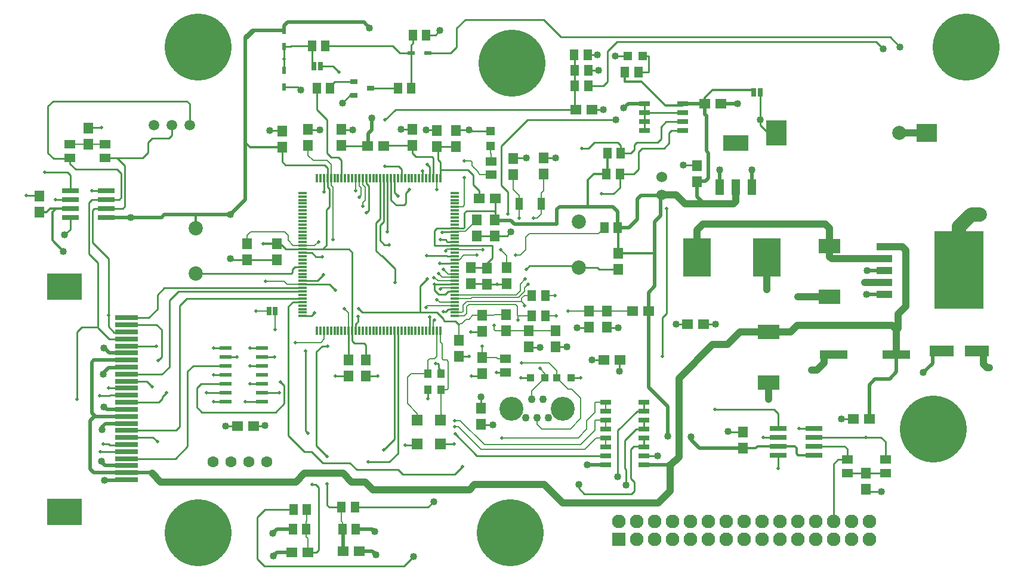
<source format=gbr>
G04 EasyPC Gerber Version 21.0.3 Build 4286 *
%FSLAX35Y35*%
%MOIN*%
%ADD95R,0.01181X0.04724*%
%ADD102R,0.01969X0.04232*%
%ADD120R,0.02500X0.05000*%
%ADD97R,0.04134X0.05118*%
%ADD98R,0.04331X0.07087*%
%ADD82R,0.04700X0.08700*%
%ADD93R,0.05118X0.05906*%
%ADD81R,0.05500X0.06000*%
%ADD121R,0.11811X0.14173*%
%ADD86R,0.15354X0.21260*%
%ADD85R,0.27559X0.43307*%
%ADD99R,0.03937X0.03937*%
%ADD92R,0.04724X0.04724*%
%ADD91R,0.06300X0.06300*%
%ADD11R,0.07677X0.07677*%
%ADD25C,0.00591*%
%ADD24C,0.00800*%
%ADD21C,0.00984*%
%ADD20C,0.01000*%
%ADD23C,0.01181*%
%ADD70C,0.01969*%
%ADD22C,0.03937*%
%ADD19C,0.04000*%
%ADD17C,0.04331*%
%ADD14C,0.05906*%
%ADD13C,0.06000*%
%ADD15C,0.06299*%
%ADD12C,0.07677*%
%ADD71C,0.07874*%
%ADD16C,0.07972*%
%ADD18C,0.13386*%
%ADD10C,0.37402*%
%ADD96R,0.04724X0.01181*%
%ADD101R,0.04232X0.01969*%
%ADD104R,0.06700X0.02100*%
%ADD106R,0.06004X0.02559*%
%ADD103R,0.03937X0.02756*%
%ADD105R,0.06004X0.02756*%
%ADD79R,0.12992X0.02953*%
%ADD100R,0.09500X0.03000*%
%ADD84R,0.08504X0.04213*%
%ADD88R,0.15748X0.04921*%
%ADD94R,0.05906X0.05118*%
%ADD89R,0.06000X0.05500*%
%ADD90R,0.13386X0.06299*%
%ADD87R,0.12008X0.07874*%
%ADD83R,0.14200X0.08700*%
%ADD122R,0.11811X0.10236*%
%ADD80R,0.19685X0.15157*%
X0Y0D02*
D02*
D10*
X101023Y63801D03*
Y335454D03*
X275600Y63801D03*
X276387Y326667D03*
X511820Y121943D03*
X530324Y335454D03*
D02*
D11*
X336230Y60132D03*
D02*
D12*
Y70132D03*
X346230Y60132D03*
Y70132D03*
X356230Y60132D03*
Y70132D03*
X366230Y60132D03*
Y70132D03*
X376230Y60132D03*
Y70132D03*
X386230Y60132D03*
Y70132D03*
X396230Y60132D03*
Y70132D03*
X406230Y60132D03*
Y70132D03*
X416230Y60132D03*
Y70132D03*
X426230Y60132D03*
Y70132D03*
X436230Y60132D03*
Y70132D03*
X446230Y60132D03*
Y70132D03*
X456230Y60132D03*
Y70132D03*
X466230Y60132D03*
Y70132D03*
X476230Y60132D03*
Y70132D03*
D02*
D13*
X360246Y253071D03*
Y262888D03*
D02*
D14*
X76531Y291784D03*
X86531Y291852D03*
X96531Y291784D03*
D02*
D15*
X109393Y103676D03*
X119393Y103608D03*
X129393Y103676D03*
X139380D03*
D02*
D16*
X99714Y208829D03*
Y234419D03*
X313691Y212222D03*
Y237813D03*
D02*
D17*
X284261Y128242D03*
X287411Y138478D03*
X290561Y128242D03*
X293710Y138478D03*
X296860Y128242D03*
D02*
D18*
X276191Y133360D03*
X304931D03*
D02*
D19*
X25994Y221156D03*
X26387Y230604D03*
X47254Y103833D03*
X47647Y121549D03*
X48041Y152652D03*
X48435Y134148D03*
Y167219D03*
X48828Y93203D03*
X63395Y240427D03*
X116545Y123518D03*
X119301Y217219D03*
Y242022D03*
X138592Y123911D03*
X141348Y288872D03*
X142923Y63675D03*
X143317Y51077D03*
X158671Y311707D03*
X169301Y289266D03*
X181702Y304423D03*
X187411Y289266D03*
X196860Y346352D03*
X198041Y295959D03*
X200009Y64463D03*
X200403Y51470D03*
X214576Y289659D03*
X221663Y50683D03*
X228356Y289266D03*
X232687Y81392D03*
X236230Y344778D03*
X252372Y289266D03*
X259065Y140053D03*
X265757Y124305D03*
X275994Y232179D03*
X284655Y273518D03*
X292135Y167612D03*
X300797Y273518D03*
X307096Y168006D03*
X313002Y178636D03*
X313789Y90841D03*
X318513Y101864D03*
X321269Y160526D03*
X324025Y331392D03*
X324813Y322730D03*
X327569Y300683D03*
X334261Y330604D03*
X334655Y294778D03*
X335443Y95171D03*
X335836Y178636D03*
X336624Y154226D03*
X338986Y301470D03*
X340167Y90447D03*
X357883Y106982D03*
X363395Y118006D03*
X368120Y180604D03*
X372057Y269581D03*
X376387Y117612D03*
X390167Y180604D03*
X392529Y266825D03*
X397254Y120762D03*
X402372Y303833D03*
X410639Y266825D03*
X415167Y294778D03*
X418907Y199896D03*
X419694Y138478D03*
X436230Y195959D03*
X443710Y155014D03*
X460639Y127455D03*
X473631Y203833D03*
X474419Y197140D03*
X474813Y210526D03*
X482687Y86904D03*
X483868Y334541D03*
X493317Y335722D03*
X506309Y153439D03*
X543317Y156195D03*
D02*
D70*
X5128Y252652D03*
X15364Y265644D03*
X21663Y250289D03*
X33474Y138478D03*
X41742Y255407D03*
X46072Y140663D03*
X46466Y109344D03*
X47254Y103833D02*
Y103439D01*
X49222Y101470*
X61033*
X47254Y290447D03*
X47647Y121549D02*
Y123124D01*
X49616Y125093*
X61033*
X48041Y113675D03*
Y152652D02*
Y153262D01*
X51191Y156411*
X61033Y156589*
X48435Y134148D02*
X49006D01*
X50187Y132967*
X61033*
X48435Y167219D02*
X48828D01*
X51584Y164463*
X61033*
X48828Y93203D02*
Y93419D01*
X61033Y93596*
X49773Y240427D02*
X63395D01*
X51191Y144778D03*
Y185722D03*
X61033Y97533D02*
X42923D01*
X40954Y99502*
Y126490*
X43317Y128852*
Y129030*
X61033*
Y160526D02*
X42923D01*
X41742Y159344*
Y130998*
X43710Y129030*
X61033*
X63395Y240427D02*
X80738D01*
X82332Y242022*
X99714*
X75383Y97356D02*
Y97533D01*
X61033*
X75600Y145565D03*
X77962Y168222D03*
X78356Y114856D03*
X78750Y160132D03*
X83474Y142258D03*
X99714Y242022D02*
X119301D01*
X105915Y142258D03*
X109852Y137297D03*
Y152258D03*
Y167219D03*
X122844Y162258D03*
X127569Y137258D03*
X130324Y147140D03*
Y157376D03*
Y167219D03*
X133474Y188085D03*
X137411Y225656D03*
X138986Y204620D03*
X143710Y162100D03*
X144301Y177455D03*
X146466Y142258D03*
X147254Y148321D03*
X149222Y329030D03*
X149281Y345022D02*
X131356D01*
X127569Y341234*
Y250289*
X119301Y242022*
X149281Y345022D02*
Y347593D01*
X151191Y349502*
X193710*
X196860Y346352*
X153383Y53045D02*
X145285D01*
X143317Y51077*
X154143Y66037D02*
X145285D01*
X142923Y63675*
X155521Y170368D03*
X161033Y165644D03*
X162383Y119581D03*
X164970Y90841D03*
X166151Y186904D03*
X168513Y226667D03*
X170482Y218400D03*
X171269Y208163D03*
X171466Y254620D03*
X173238Y91234D03*
Y106589D03*
X173631Y168400D03*
X176387Y227848D03*
X177962Y151470D03*
Y199502D03*
X179931Y321549D03*
X182124Y53439D02*
Y65616D01*
X181702Y66037*
X182687Y189266D03*
X189183Y66037D02*
X198435D01*
X200009Y64463*
X189183Y255407D03*
X190561Y184935D03*
X190954Y189266D03*
X191124Y53439D02*
X198435D01*
X200403Y51470*
X191151Y251470D03*
X193120Y246746D03*
X195088Y242809D03*
X196072Y103439D03*
X198041Y295959D02*
Y289266D01*
X196072Y287297*
Y280380*
X195903Y280211*
X201584Y151470D03*
X204734Y110132D03*
X205521Y268793D03*
Y294778D03*
X206899Y232179D03*
X207883Y225093D03*
X211033Y203833D03*
X213002Y252258D03*
X216939Y112888D03*
X219301Y255801D03*
X226584Y266431D03*
X228356Y190053D03*
X228750Y218793D03*
X229143Y205801D03*
Y269974D03*
X229537Y138872D03*
X230521Y184541D03*
X232687Y206589D03*
X233080Y182967D03*
Y202848D03*
X233868Y158557D03*
X234655Y194384D03*
Y255801D03*
X235443Y208951D03*
X236230Y214659D03*
X236624Y200289D03*
Y227848D03*
X237411Y231785D03*
X238198Y187691D03*
Y211313D03*
X239380Y221746D03*
X244104Y113675D03*
X244498Y123124D03*
Y126667D03*
X244891Y119187D03*
X248828Y101077D03*
X250009Y262494D03*
Y271943D03*
X252372Y162494D03*
X253553Y176274D03*
X253946Y151470D03*
X256702Y219187D03*
X259852Y168400D03*
X260246Y222337D03*
X266545Y179817D03*
X266939Y239041D02*
Y238478D01*
X275994*
X277962Y236510*
X301360*
X301584Y236734*
Y244778*
X303159Y246352*
X318907*
X267726Y153439D03*
X268120Y203045D03*
X270088Y222337D03*
X270876Y116825D03*
X274025Y242415D03*
X278356Y219187D03*
X279931Y182967D03*
X280521Y240053D03*
X281506Y150683D03*
X281899Y158951D03*
X283474Y190841D03*
X283868Y205801D03*
X284655Y211313D03*
X285443Y203045D03*
X288592Y240053D03*
X292135Y155801D03*
X300403Y196746D03*
X301191Y185329D03*
X307883Y187860D03*
X314970Y150683D03*
X315364Y279030D03*
X318513Y101864D02*
Y102081D01*
X328702*
X318907Y246352D02*
X332883D01*
X335639Y243596*
Y234541*
X326387Y253439D03*
X335639Y234541D02*
X341742D01*
X346466Y239266*
Y250683*
X348435Y252652*
X367726*
X372844Y247533*
X399816*
X401684Y249402*
X350356Y303852D02*
X341368D01*
X338986Y301470*
X352817Y188085D02*
Y198372D01*
X356309Y201864*
Y220144*
Y238085*
X359458Y241234*
Y252283*
X360246Y253071*
X360639Y162494D03*
X363002Y245171D03*
X363395Y118006D02*
Y134593D01*
X352817Y145171*
Y188085*
X364970Y101864D02*
X355915D01*
Y102081*
X350057*
X371710Y303852D02*
X384072D01*
X384092Y303833*
X379931Y260356D02*
Y251864D01*
X383868Y247927*
X399716*
X401684Y249896*
Y257181*
X384092Y303833D02*
Y298096D01*
X385049Y297140*
Y277455*
X386230Y276274*
Y262100*
X384655Y260526*
X380100*
X379931Y260356*
X389773Y132967D03*
X392684Y266825D02*
Y257181D01*
X393092Y303833D02*
X402372D01*
X405521Y111144D02*
X381281D01*
X376387Y116037*
Y117612*
X410639Y266825D02*
X410684D01*
Y257181*
X416939Y117219D03*
X425049Y99896D03*
X437017Y122337D03*
X474025Y117356D03*
X474419Y197140D02*
X484655D01*
X474813Y210526D02*
X484655D01*
X491348Y163675D02*
Y153833D01*
X487411Y149896*
X479313*
X476163Y146746*
Y127455*
X506309Y153439D02*
X511427Y158557D01*
Y165644*
X516545*
D02*
D71*
X492923Y287691D03*
X537805Y242022D02*
X533080D01*
X526250Y235191*
Y210978*
X537805Y242022D03*
D02*
D20*
X5128Y252652D02*
X12608D01*
Y252427*
X21663Y250289D02*
Y250427D01*
X29773*
X29537Y273715D02*
Y270368D01*
X32687Y267219*
X55915*
X58277Y264856*
Y251608*
X57096Y250427*
X49773*
X41742Y255407D02*
Y255427D01*
X49773*
X45285Y178852D02*
Y178636D01*
X51584Y172337*
X61033*
X46072Y140663D02*
X51801D01*
X51978Y140841*
X61033*
X46466Y109344D02*
X61033D01*
X47254Y290447D02*
X39773D01*
Y290222*
X48041Y113675D02*
X51191D01*
X51978Y112888*
X61427*
Y113281*
X61033*
X49222Y273715D02*
X70285D01*
X73238Y276667*
Y282179*
X75600Y284541*
X84957*
X86531Y286116*
Y291852*
X49222Y273715D02*
X55718D01*
X60246Y269187*
Y246608*
X59065Y245427*
X49773*
X43179*
X42135Y244384*
Y226274*
X51191Y217219*
Y185722*
X49773Y250427D02*
X41880D01*
X40167Y248715*
Y219974*
X45285Y214856*
Y178852*
X51191Y144778D02*
X57096D01*
Y144600*
X61033Y144778*
X51191Y185722D02*
Y179246D01*
X54340Y176096*
X61033Y176274*
Y117219D02*
X75994D01*
X78356Y114856*
X61033Y148715D02*
X72450D01*
X75600Y145565*
X61033Y168400D02*
X77962Y168222D01*
X61033Y180211D02*
X77962D01*
X80718Y177455*
Y162100*
X78750Y160132*
X83474Y142258D02*
X81112Y139896D01*
Y138872*
X79143Y136904*
X61033*
X96531Y291784D02*
Y303767D01*
X94891Y305407*
X20088*
X17332Y302652*
Y276274*
X20482Y273124*
X28946*
X29537Y273715*
X105915Y142258D02*
X116581D01*
X109852Y137297D02*
Y137258D01*
X116581*
X109852Y152258D02*
X116581D01*
X109852Y167219D02*
Y167258D01*
X116581*
Y147258D02*
X102883D01*
X100403Y144778*
Y134148*
X103159Y131392*
X144498*
X149222Y136116*
Y146352*
X147254Y148321*
X116581Y157258D02*
X98435D01*
X95285Y154108*
Y112100*
X88592Y105407*
X61033*
X116581Y162258D02*
X122844D01*
X127569Y137258D02*
X136981D01*
X130324Y147140D02*
Y147258D01*
X136981*
X130324Y157376D02*
Y157258D01*
X136981*
Y142258D02*
X146466D01*
X138592Y123911D02*
Y123518D01*
X132069*
X141348Y288872D02*
X148041D01*
Y288648*
X143710Y162100D02*
Y162258D01*
X136981*
X149222Y313431D02*
X156946D01*
X158671Y311707*
X149222Y322581D02*
Y329030D01*
Y335813*
X149281Y335872*
X153009*
X153254Y336116*
X164773*
X154537Y77061D02*
X138592D01*
X134261Y72730*
Y49108*
X138198Y45171*
X216151*
X221663Y50683*
X159458Y212691D02*
X155128D01*
Y212494*
X153946Y211313*
Y209738*
X153159Y208951*
X111698*
X111576Y208829*
X99714*
X164773Y336116D02*
Y326274D01*
X165954Y325093*
X169301Y289266D02*
X162608D01*
Y289435*
X169498Y325093D02*
X176387D01*
X179931Y321549*
X172254Y336116D02*
X209852D01*
X213789Y332179*
X220238*
X175009Y312494D02*
Y313675D01*
X177569Y316234*
X188198*
X177962Y151470D02*
X185049D01*
Y151695*
X181309Y262100D02*
Y272140D01*
X179537Y273911*
X175600*
X173238Y276274*
Y294778*
X167529Y300486*
Y312494*
X187411Y289266D02*
X181112D01*
Y289435*
X188198Y308754D02*
Y308951D01*
X186230*
X181702Y304423*
X188789Y78242D02*
X229537D01*
X232687Y81392*
X201584Y151470D02*
X194891D01*
Y151695*
X205521Y268793D02*
X213198D01*
X214773Y267219*
Y262100*
X206899Y232179D02*
Y262100D01*
X207883Y225093D02*
X205128D01*
X202765Y227455*
Y235919*
X204931Y238085*
Y262100*
X208868D02*
Y250093D01*
X211820Y247140*
X216151*
X217332Y248321*
Y253833*
X219301Y255801*
X210836Y262100D02*
Y254423D01*
X213002Y252258*
X212805Y312494D02*
X197647D01*
X214576Y289659D02*
X220876D01*
Y289435*
X216939Y112888D02*
X223631D01*
Y113668*
X220238Y332179D02*
Y336856D01*
X221072Y337691*
Y342415*
X220285Y312494D02*
Y332132D01*
X220238Y332179*
X228356Y289266D02*
X234498D01*
Y289041*
X228553Y342415D02*
X233868D01*
X236230Y344778*
X229537Y138872D02*
X229439D01*
Y143793*
X236722Y152848D02*
Y154522D01*
X235443Y155801*
Y158163*
X235049Y158557*
X233868*
X244104Y113675D02*
X236624D01*
Y113668*
X244498Y214659D02*
X236230D01*
X252372Y162494D02*
X246860D01*
Y162719*
X252372Y289266D02*
X245285D01*
Y289041*
X253553Y176274D02*
X259852D01*
Y176498*
X253946Y151470D02*
X259852D01*
Y152876*
X265757Y124305D02*
X259065D01*
Y124530*
X267726Y153439D02*
Y153636D01*
X272923*
X268120Y203045D02*
X273631D01*
Y203270*
X274025Y242415D02*
Y254620D01*
X270482Y258163*
Y280211*
X285049Y294778*
X334655*
X281506Y150683D02*
X287017D01*
X284655Y211313D02*
X286230Y213281D01*
X313691*
Y212222*
X284655Y273518D02*
X277332D01*
Y273313*
X292135Y167612D02*
X285836D01*
Y167837*
X300797Y273518D02*
X294104D01*
Y273687*
X307096Y168006D02*
X300836D01*
Y167837*
X311230Y331392D02*
X311427D01*
Y322730*
X311624*
Y314069D02*
Y301104D01*
X312045Y300683*
X311624Y322730D02*
Y314069D01*
X313002Y178636D02*
X319616D01*
Y178860*
X313691Y212222D02*
X324128D01*
X325206Y211144*
X335836*
X314970Y150683D02*
X309458D01*
X315364Y279030D02*
X319301D01*
X322450Y282179*
X335639*
X337214Y280604*
Y276274*
X324813Y322730D02*
X319104D01*
X326387Y253439D02*
X333277D01*
X336820Y256982*
Y264463*
X327569Y300683D02*
X321045D01*
X328702Y107081D02*
X256998D01*
X244891Y119187*
X335836Y178636D02*
X329537D01*
Y178860*
X336624Y154226D02*
Y160526D01*
X336793*
X336820Y264463D02*
X344498D01*
X347254Y267219*
Y277061*
X349222Y279030*
X361427*
X364183Y281785*
Y287671*
X365364Y288852*
X371710*
X337214Y276274D02*
X342923D01*
X344891Y278242*
Y280998*
X346072Y282179*
X357883*
X359852Y284148*
Y291096*
X362608Y293852*
X371710*
X350356Y288852D02*
Y293852D01*
Y298852*
Y303852*
X368120Y180604D02*
X374643D01*
X371710Y298852D02*
X350356D01*
X372057Y269581D02*
X379931D01*
Y269356*
X392529Y266825D02*
X392684D01*
X397254Y120762D02*
Y120368D01*
X405521*
Y120144*
X415167Y294778D02*
Y310132D01*
X416939Y117219D02*
Y117356D01*
X425049*
X424025Y287691D02*
X419498D01*
X415167Y292022*
Y294778*
X437017Y122337D02*
Y122356D01*
X445049*
Y112356D02*
X462352D01*
X463789Y110919*
Y104817*
X445049Y117356D02*
X474025D01*
X456230Y70132D02*
Y102376D01*
X458671Y104817*
X463789*
X460639Y127455D02*
X467163D01*
X463789Y97337D02*
X473998D01*
X474025Y97309*
X485021*
X485049Y97337*
X474025Y117356D02*
X482549D01*
X485049Y114856*
Y104817*
X482687Y86904D02*
X474025D01*
Y88309*
D02*
D21*
X15364Y265644D02*
X28198D01*
X29773Y264069*
Y255427*
X26387Y230604D02*
X26624D01*
X29773Y233754*
Y240427*
X45285Y178852D02*
X36053D01*
X33474Y176274*
Y138478*
X61033Y152652D02*
X80935Y152474D01*
X85049Y156589*
Y193793*
X90167Y198911*
X159458*
X116545Y123518D02*
X123069D01*
X128356Y216656D02*
X119864D01*
X119301Y217219*
X128356Y216656D02*
X145285D01*
X130324Y167219D02*
Y167258D01*
X136981*
X148041Y279648D02*
Y271549D01*
X150009Y269581*
X171860*
X173435Y268006*
Y262100*
X159458Y185132D02*
X164380D01*
X166151Y186904*
X159458Y193006D02*
X154143D01*
X151584Y190447*
Y118400*
X160639Y109344*
X164576*
X170876Y103045*
X185836*
X189773Y99108*
X213002*
X215364Y96746*
X244498*
X248828Y101077*
X159458Y194974D02*
X94891D01*
X90954Y191037*
Y123301*
X88809Y121156*
X61033*
X159458Y200880D02*
X82293D01*
X78356Y196943*
Y188888*
X73616Y184148*
X61033*
X159458Y202848D02*
X174616D01*
X177962Y199502*
X159458Y204817D02*
X167923D01*
X171269Y208163*
X159458Y220565D02*
X164773D01*
X166939Y218400*
X170482*
X159458Y222533D02*
X185443D01*
X187214Y220762*
Y177061*
X159458Y222533D02*
X170679D01*
X172844Y224699*
Y244581*
X174419Y246156*
Y256392*
X173435Y257376*
Y262100*
X159458Y222533D02*
Y222730D01*
X150206*
X147844Y225093*
X145848*
X145285Y225656*
X161033Y165644D02*
Y120931D01*
X162383Y119581*
X164970Y90841D02*
X166939D01*
X168513Y89266*
Y54226*
X167332Y53045*
X162383*
X171466Y262100D02*
Y254620D01*
X173238Y91234D02*
Y79423D01*
X174419Y78242*
X181309*
X173631Y168400D02*
X170482D01*
X167332Y165250*
Y112494*
X173238Y106589*
X185246Y177061D02*
Y171352D01*
X185049Y171156*
Y160695*
X187214Y177061D02*
Y171352D01*
X188592Y169974*
X193710*
X194891Y168793*
Y160695*
X189183Y177061D02*
Y180998D01*
X189380*
X190561Y182179*
Y184935*
X195088Y242809D02*
X196466Y244187D01*
Y257770*
X195088Y259148*
Y262100*
X195903Y280211D02*
X181336D01*
X181112Y280435*
X210836Y177061D02*
Y116234D01*
X204734Y110132*
X211033Y203833D02*
Y211510D01*
X203750Y218793*
X203553*
X200600Y221746*
Y237297*
X202765Y239463*
Y246156*
X202962Y246352*
Y262100*
X212805Y177061D02*
Y108360D01*
X207883Y103439*
X196072*
X220876Y280435D02*
X205128D01*
X204903Y280211*
X220876Y280435D02*
Y276274D01*
X222844Y274305*
X231702*
X232490Y273518*
Y262100*
X225206Y187297D02*
Y201864D01*
X229143Y205801*
X225206Y187297D02*
X192923D01*
X190954Y189266*
X226584Y266431D02*
Y262100D01*
X229387Y332179D02*
X242135D01*
X245679Y335722*
Y346352*
X250403Y351077*
X294104*
X303946Y341234*
X487805*
X493317Y335722*
X230521Y177061D02*
Y184541D01*
Y262100D02*
Y268596D01*
X229143Y269974*
X233080Y202848D02*
Y199502D01*
X235443Y197140*
X239183*
X240954Y198911*
X244498*
X233080Y202848D02*
X236033D01*
X236230Y203045*
X238789*
X238986Y202848*
X244498*
X234498Y280041D02*
X245285D01*
X236427Y262100D02*
Y266825D01*
Y271352*
X235049Y272730*
Y279490*
X234498Y280041*
X244498Y189069D02*
X240757D01*
X239380Y187691*
X238198*
X244498Y218596D02*
X240167D01*
Y218793*
X228750*
X244498Y226470D02*
X240364D01*
X239773Y227061*
Y227455*
X239380Y227848*
X236624*
X244498Y232376D02*
X238002D01*
X237411Y231785*
X244498Y234344D02*
X234458D01*
X233080Y232967*
Y224502*
X244498*
Y234344D02*
X249419D01*
X250009Y234935*
Y242809*
X251191Y243990*
X266545*
X267332Y243203*
Y240447*
X246860Y180211D02*
X244891Y182179D01*
X238986*
X238198Y182967*
Y183754*
X234655Y187297*
X225206*
X253553Y203270D02*
X262214D01*
X262608Y202876*
X253553Y212270D02*
X260021D01*
X265364Y217612*
Y224699*
X244694*
X244498Y224502*
X253553Y212270D02*
X262214D01*
X262608Y211876*
X258108Y251077D02*
Y255183D01*
X254734Y258557*
Y264069*
X251978Y266825*
X236427*
X259065Y140053D02*
Y133530D01*
X262608Y202876D02*
X267950D01*
X268120Y203045*
X264458Y288695D02*
X252943D01*
X252372Y289266*
X266939Y230041D02*
X273856D01*
X275994Y232179*
X266939Y230041D02*
X256702D01*
X267108Y251077D02*
Y240671D01*
X267332Y240447*
Y238085*
X266939*
Y239041*
X312045Y300683D02*
X211427D01*
X205521Y294778*
X313789Y90841D02*
Y88872D01*
X316939Y85722*
X343317*
X344891Y87297*
Y92415*
X342876Y94431*
Y110478*
X344498Y112100*
X349616*
Y112081*
X350057*
X319104Y314069D02*
X327569D01*
X329931Y316431*
Y333360*
X335049Y338478*
X479931*
X483868Y334541*
X321269Y160526D02*
X327793D01*
X324025Y331392D02*
X318710D01*
X341151Y330604D02*
X334261D01*
X347057Y321549D02*
X352765D01*
Y330604*
X349419*
X350057Y107081D02*
X357785D01*
X357883Y106982*
X350057Y117081D02*
Y112081D01*
Y122081D02*
X345817D01*
X339380Y115644*
Y99896*
X340167Y99108*
Y90447*
X350057Y127081D02*
Y122081D01*
Y132081D02*
X346368D01*
X335443Y121156*
Y95171*
X350057Y137081D02*
Y132081D01*
X363002Y245171D02*
Y186510D01*
X360639Y184148*
Y162494*
X389773Y132967D02*
X422687D01*
X425049Y130604*
Y122356*
X390167Y180604D02*
X383643D01*
X425049Y99896D02*
Y107356D01*
D02*
D22*
X364970Y101864D02*
Y87297D01*
X358277Y80604*
X304734*
X294498Y90841*
X255521*
X252765Y88085*
X198828*
X194498Y92415*
X187017*
X182293Y97140*
X160639*
X155915Y92415*
X80324*
X75383Y97356*
X364970Y101864D02*
X365147D01*
X369694Y106411*
Y150289*
X388592Y169187*
X396860*
X403946Y176274*
X419694*
X379734Y218006D02*
Y233163D01*
X383080Y236510*
X451584*
X453946Y234148*
Y224305*
X401684Y249402D02*
X400209Y247927D01*
X373238*
X368094Y253071*
X360246*
X401684Y257181D02*
Y249402D01*
X418907Y199896D02*
Y218006D01*
X418710*
X419694Y138478D02*
Y147927D01*
Y176274D02*
X432293D01*
X435836Y179817*
X488986*
X491348Y177455*
X436230Y195959D02*
X453946D01*
X443710Y155014D02*
X446860D01*
X450797Y158951*
Y163675*
X456309*
X473631Y203833D02*
X484655D01*
Y217219D02*
X455128D01*
X453946Y218400*
Y224305*
X484655Y223911D02*
X494498D01*
X496466Y221943*
Y190447*
X492135Y186116*
Y178242*
X491348Y177455*
Y163675*
X492923Y287691D02*
X508277D01*
X543317Y156195D02*
X541742D01*
X539773Y158163*
Y165644*
X536230*
D02*
D23*
X12608Y243427D02*
X16513D01*
X18513Y245427*
X29773*
X21919*
X19694Y243203*
Y227455*
X25994Y221156*
X99714Y234419D02*
Y242022D01*
X145285Y225656D02*
X137411D01*
X148041Y279648D02*
X130100D01*
X127569Y282179*
Y339510*
X133080Y345022*
X149281*
X329340Y264463D02*
X322057D01*
X318907Y261313*
Y246352*
X329734Y276274D02*
Y264856D01*
X329340Y264463*
X335836Y220144D02*
Y234344D01*
X335639Y234541*
X335836Y220144D02*
X356309D01*
X371710Y303852D02*
Y303045D01*
X362214*
X348828Y316431*
X339576*
Y321549*
X384092Y303833D02*
Y307207D01*
X388592Y311707*
X410049*
X411624Y310132*
X405521Y111144D02*
X412576D01*
X413789Y112356*
X425049*
X434399*
X435443Y111313*
Y108144*
X436230Y107356*
X445049*
D02*
D24*
X29537Y281195D02*
X39746D01*
X39773Y281222*
X49222Y281195D02*
X39801D01*
X39773Y281222*
X138986Y204620D02*
X149025D01*
X150797Y202848*
X159458*
X140757Y188085D02*
X133474D01*
X144301Y177455D02*
Y188085D01*
X159458Y224502D02*
X166348D01*
X168513Y226667*
X159458Y224502D02*
X154340D01*
X151387Y227455*
Y230407*
X149616Y232179*
X130494*
X128525Y230211*
Y225656*
X128356*
X161624Y66037D02*
Y70368D01*
X162017Y70762*
Y77061*
X161624Y66037D02*
Y61679D01*
X162383Y60919*
Y53045*
X162608Y280435D02*
Y275093D01*
X165364Y272337*
X173041*
X175403Y269974*
Y262100*
X171466Y177061D02*
Y172140D01*
X169694Y170368*
X155521*
X176387Y227848D02*
Y257179D01*
X175403Y258163*
Y262100*
X181702Y66037D02*
Y69974D01*
X181309Y70368*
Y78242*
X189183Y255407D02*
Y262100D01*
X191151D02*
Y257967D01*
X192135Y256982*
Y252455*
X191151Y251470*
X193120Y262100D02*
Y258557D01*
X194498Y257179*
Y250093*
X193120Y248715*
Y246746*
X223631Y127068D02*
Y130604D01*
X218120Y136116*
Y150880*
X220088Y152848*
X229439*
X234458Y177061D02*
Y162691D01*
X233080Y161313*
X230620*
X229439Y160132*
Y152848*
X236427Y177061D02*
Y170565D01*
X237411Y169581*
Y161313*
X238198Y160526*
X240167*
X240954Y159738*
Y144581*
X240167Y143793*
X236722*
Y130112*
X238986Y127848*
X237404*
X236624Y127068*
X244498Y193006D02*
X236033D01*
X234655Y194384*
X244498Y246156D02*
X249025D01*
X250009Y247140*
Y262494*
Y271943D02*
X253553D01*
X254340Y271156*
Y269187*
X257490Y266037*
Y265447*
X258671Y264266*
X264970*
X259852Y185498D02*
X254509D01*
X252372Y183360*
X250797*
X248435Y180998*
X247647*
X246860Y180211*
X260246Y222337D02*
X245285D01*
Y222533*
X244498*
X264458Y280427D02*
Y276392D01*
X264970Y275880*
Y271746*
X272923Y161116D02*
X268486D01*
X267726Y161876*
X259852*
X273238Y176892D02*
X285781D01*
X285836Y176837*
X273238Y185892D02*
X266545D01*
X266151Y185498*
X259852*
X273631Y212270D02*
Y218793D01*
X270088Y222337*
X269891*
X269694Y222533*
X269891*
X270088Y222337*
X280521Y247927D02*
Y252612D01*
X277332Y255801*
Y264313*
X283474Y190841D02*
Y191628D01*
X281899Y193203*
X285836Y176837D02*
X300836D01*
X287411Y138478D02*
Y143203D01*
X294891Y150683*
X287608Y185329D02*
X279931D01*
Y182967*
X290561Y128242D02*
Y124699D01*
X293317Y121943*
X309065*
X314970Y127848*
Y139266*
X309852Y144384*
X307883*
X301584Y150683*
X292726Y247927D02*
Y254030D01*
X294104Y255407*
Y264687*
X294891Y150683D02*
Y153045D01*
X292135Y155801*
X301584Y150683D02*
Y154620D01*
X297254Y158951*
X281899*
X307883Y187860D02*
X319616D01*
X329537*
X328702Y117081D02*
X323631D01*
X317076Y110526*
X259065*
X246466Y123124*
X244498*
X328702Y117081D02*
Y112081D01*
Y127081D02*
Y127061D01*
X322844*
Y121156*
X314970Y113281*
X261033*
X247647Y126667*
X244498*
X328702Y127081D02*
Y122081D01*
Y137081D02*
X322844D01*
Y131392*
X318120Y126667*
Y121943*
X313395Y116825*
X270876*
X328702Y137081D02*
Y132081D01*
X329537Y187860D02*
X343592D01*
X343817Y188085*
D02*
D25*
X182687Y189266D02*
X182883D01*
X185246Y186904*
Y177061*
X232490D02*
Y182376D01*
X233080Y182967*
X234458Y262100D02*
Y263281D01*
X234655*
Y255801*
X239380Y221746D02*
Y221943D01*
X239970Y222533*
X244498*
Y187100D02*
X248631D01*
X249222Y187691*
Y191234*
X251191Y193203*
X281899*
X244498Y191037D02*
X229340D01*
X228356Y190053*
X244498Y194974D02*
Y194778D01*
X253553*
X254340Y195565*
X280128*
X283474Y198911*
Y201077*
X285443Y203045*
X244498Y196943D02*
X278946D01*
X281112Y199108*
Y203045*
X283868Y205801*
X244498Y200880D02*
X236624D01*
Y200289*
X244498Y204817D02*
X235049D01*
X233277Y206589*
X232687*
X244498Y206785D02*
X237608D01*
X235443Y208951*
X244498Y208754D02*
X240757D01*
X238198Y211313*
X244498Y216628D02*
X247057D01*
X249616Y219187*
X256702*
X244498Y232376D02*
Y232573D01*
X250403*
X254734Y236904*
Y239041*
X256702*
X246860Y171719D02*
Y180211D01*
X259852Y168400D02*
Y161876D01*
X266545Y179817D02*
Y177679D01*
X267332Y176892*
X273238*
X278356Y219187D02*
X281112D01*
X284261Y222337*
Y229423*
X286230Y231392*
X324813*
X327962Y234541*
X328159*
X280521Y240053D02*
Y247927D01*
X281899Y193203D02*
Y195171D01*
X283474Y196746*
X287608*
Y185329D02*
X279931D01*
X279537Y185722*
Y190447*
X278356Y191628*
X252372*
X251191Y190447*
Y186510*
X249813Y185132*
X244498*
X288592Y240053D02*
X290364D01*
X292726Y242415*
Y247927*
X300403Y196746D02*
X295088D01*
X301191Y185329D02*
X295088D01*
D02*
D79*
X61033Y93596D03*
Y97533D03*
Y101470D03*
Y105407D03*
Y109344D03*
Y113281D03*
Y117219D03*
Y121156D03*
Y125093D03*
Y129030D03*
Y132967D03*
Y136904D03*
Y140841D03*
Y144778D03*
Y148715D03*
Y152652D03*
Y156589D03*
Y160526D03*
Y164463D03*
Y168400D03*
Y172337D03*
Y176274D03*
Y180211D03*
Y184148D03*
D02*
D80*
X26387Y75486D03*
Y201470D03*
D02*
D81*
X12608Y243427D03*
Y252427D03*
X39773Y281222D03*
Y290222D03*
X128356Y216656D03*
Y225656D03*
X145285Y216656D03*
Y225656D03*
X148041Y279648D03*
Y288648D03*
X162608Y280435D03*
Y289435D03*
X181112Y280435D03*
Y289435D03*
X185049Y151695D03*
Y160695D03*
X194891Y151695D03*
Y160695D03*
X220876Y280435D03*
Y289435D03*
X234498Y280041D03*
Y289041D03*
X245285Y280041D03*
Y289041D03*
X246860Y162719D03*
Y171719D03*
X253553Y203270D03*
Y212270D03*
X256702Y230041D03*
Y239041D03*
X259065Y124530D03*
Y133530D03*
X259852Y152876D03*
Y161876D03*
Y176498D03*
Y185498D03*
X262608Y202876D03*
Y211876D03*
X266939Y230041D03*
Y239041D03*
X273238Y176892D03*
Y185892D03*
X273631Y203270D03*
Y212270D03*
X277332Y264313D03*
Y273313D03*
X285836Y167837D03*
Y176837D03*
X294104Y264687D03*
Y273687D03*
X300836Y167837D03*
Y176837D03*
X319616Y178860D03*
Y187860D03*
X329537Y178860D03*
Y187860D03*
X335836Y211144D03*
Y220144D03*
X379931Y260356D03*
Y269356D03*
X405521Y111144D03*
Y120144D03*
X474025Y88309D03*
Y97309D03*
D02*
D82*
X392684Y257181D03*
X401684D03*
X410684D03*
D02*
D83*
X401584Y281981D03*
D02*
D84*
X484655Y197140D03*
Y203833D03*
Y210526D03*
Y217219D03*
Y223911D03*
D02*
D85*
X526250Y210978D03*
D02*
D86*
X379734Y218006D03*
X418710D03*
D02*
D87*
X419694Y147927D03*
Y176274D03*
X453946Y195959D03*
Y224305D03*
D02*
D88*
X456309Y163675D03*
X491348D03*
D02*
D89*
X123069Y123518D03*
X132069D03*
X153383Y53045D03*
X162383D03*
X182124Y53439D03*
X191124D03*
X195903Y280211D03*
X204903D03*
X258108Y251077D03*
X267108D03*
X312045Y300683D03*
X321045D03*
X327793Y160526D03*
X336793D03*
X343817Y188085D03*
X352817D03*
X374643Y180604D03*
X383643D03*
X384092Y303833D03*
X393092D03*
X467163Y127455D03*
X476163D03*
D02*
D90*
X516545Y165644D03*
X536230D03*
D02*
D91*
X223631Y113668D03*
Y127068D03*
X236624Y113668D03*
Y127068D03*
D02*
D92*
X264458Y280427D03*
Y288695D03*
X341151Y330604D03*
X349419D03*
D02*
D93*
X154143Y66037D03*
X154537Y77061D03*
X161624Y66037D03*
X162017Y77061D03*
X164773Y336116D03*
X167529Y312494D03*
X172254Y336116D03*
X175009Y312494D03*
X181309Y78242D03*
X181702Y66037D03*
X188789Y78242D03*
X189183Y66037D03*
X212805Y312494D03*
X220285D03*
X221072Y342415D03*
X228553D03*
X287608Y185329D03*
Y196746D03*
X295088Y185329D03*
Y196746D03*
X311230Y331392D03*
X311624Y314069D03*
Y322730D03*
X318710Y331392D03*
X319104Y314069D03*
Y322730D03*
X328159Y234541D03*
X329340Y264463D03*
X329734Y276274D03*
X335639Y234541D03*
X336820Y264463D03*
X337214Y276274D03*
X339576Y321549D03*
X347057D03*
D02*
D94*
X29537Y273715D03*
Y281195D03*
X49222Y273715D03*
Y281195D03*
X264970Y264266D03*
Y271746D03*
X272923Y153636D03*
Y161116D03*
X463789Y97337D03*
Y104817D03*
X485049Y97337D03*
Y104817D03*
D02*
D95*
X167529Y177061D03*
Y262100D03*
X169498Y177061D03*
Y262100D03*
X171466Y177061D03*
Y262100D03*
X173435Y177061D03*
Y262100D03*
X175403Y177061D03*
Y262100D03*
X177372Y177061D03*
Y262100D03*
X179340Y177061D03*
Y262100D03*
X181309Y177061D03*
Y262100D03*
X183277Y177061D03*
Y262100D03*
X185246Y177061D03*
Y262100D03*
X187214Y177061D03*
Y262100D03*
X189183Y177061D03*
Y262100D03*
X191151Y177061D03*
Y262100D03*
X193120Y177061D03*
Y262100D03*
X195088Y177061D03*
Y262100D03*
X197057Y177061D03*
Y262100D03*
X199025Y177061D03*
Y262100D03*
X200994Y177061D03*
Y262100D03*
X202962Y177061D03*
Y262100D03*
X204931Y177061D03*
Y262100D03*
X206899Y177061D03*
Y262100D03*
X208868Y177061D03*
Y262100D03*
X210836Y177061D03*
Y262100D03*
X212805Y177061D03*
Y262100D03*
X214773Y177061D03*
Y262100D03*
X216742Y177061D03*
Y262100D03*
X218710Y177061D03*
Y262100D03*
X220679Y177061D03*
Y262100D03*
X222647Y177061D03*
Y262100D03*
X224616Y177061D03*
Y262100D03*
X226584Y177061D03*
Y262100D03*
X228553Y177061D03*
Y262100D03*
X230521Y177061D03*
Y262100D03*
X232490Y177061D03*
Y262100D03*
X234458Y177061D03*
Y262100D03*
X236427Y177061D03*
Y262100D03*
D02*
D96*
X159458Y185132D03*
Y187100D03*
Y189069D03*
Y191037D03*
Y193006D03*
Y194974D03*
Y196943D03*
Y198911D03*
Y200880D03*
Y202848D03*
Y204817D03*
Y206785D03*
Y208754D03*
Y210722D03*
Y212691D03*
Y214659D03*
Y216628D03*
Y218596D03*
Y220565D03*
Y222533D03*
Y224502D03*
Y226470D03*
Y228439D03*
Y230407D03*
Y232376D03*
Y234344D03*
Y236313D03*
Y238281D03*
Y240250D03*
Y242219D03*
Y244187D03*
Y246156D03*
Y248124D03*
Y250093D03*
Y252061D03*
Y254030D03*
X244498Y185132D03*
Y187100D03*
Y189069D03*
Y191037D03*
Y193006D03*
Y194974D03*
Y196943D03*
Y198911D03*
Y200880D03*
Y202848D03*
Y204817D03*
Y206785D03*
Y208754D03*
Y210722D03*
Y212691D03*
Y214659D03*
Y216628D03*
Y218596D03*
Y220565D03*
Y222533D03*
Y224502D03*
Y226470D03*
Y228439D03*
Y230407D03*
Y232376D03*
Y234344D03*
Y236313D03*
Y238281D03*
Y240250D03*
Y242219D03*
Y244187D03*
Y246156D03*
Y248124D03*
Y250093D03*
Y252061D03*
Y254030D03*
D02*
D97*
X229439Y143793D03*
Y152848D03*
X236722Y143793D03*
Y152848D03*
D02*
D98*
X280521Y247927D03*
X292726D03*
D02*
D99*
X287017Y150683D03*
X294891D03*
X301584D03*
X309458D03*
D02*
D100*
X29773Y240427D03*
Y245427D03*
Y250427D03*
Y255427D03*
X49773Y240427D03*
Y245427D03*
Y250427D03*
Y255427D03*
X425049Y107356D03*
Y112356D03*
Y117356D03*
Y122356D03*
X445049Y107356D03*
Y112356D03*
Y117356D03*
Y122356D03*
D02*
D101*
X220238Y332179D03*
X229387D03*
D02*
D102*
X149222Y313431D03*
Y322581D03*
X149281Y335872D03*
Y345022D03*
D02*
D103*
X188198Y308754D03*
Y316234D03*
X197647Y312494D03*
D02*
D104*
X116581Y137258D03*
Y142258D03*
Y147258D03*
Y152258D03*
Y157258D03*
Y162258D03*
Y167258D03*
X136981Y137258D03*
Y142258D03*
Y147258D03*
Y152258D03*
Y157258D03*
Y162258D03*
Y167258D03*
D02*
D105*
X328702Y102081D03*
Y107081D03*
Y112081D03*
Y117081D03*
Y122081D03*
Y127081D03*
Y132081D03*
Y137081D03*
X350057Y102081D03*
Y107081D03*
Y112081D03*
Y117081D03*
Y122081D03*
Y127081D03*
Y132081D03*
Y137081D03*
D02*
D106*
X350356Y288852D03*
Y293852D03*
Y298852D03*
Y303852D03*
X371710Y288852D03*
Y293852D03*
Y298852D03*
Y303852D03*
D02*
D120*
X140757Y188085D03*
X144301D03*
X165954Y325093D03*
X169498D03*
X411624Y310132D03*
X415167D03*
D02*
D121*
X424025Y287691D03*
D02*
D122*
X508277D03*
X0Y0D02*
M02*

</source>
